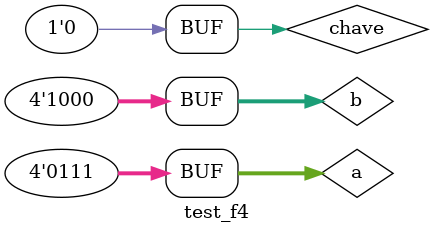
<source format=v>

module f4(output[3:0]s,input [3:0]a,input [3:0]b, input chave);

	wire[3:0]s0;
	wire[3:0]s1;
	wire chavenot;
	
	// mudar posicao da chave
	not(chavenot,chave);
	
	and AND1 (s0[0],a[0],b[0]);
	and AND2 (s0[1],a[1],b[1]);
	and AND3 (s0[2],a[2],b[2]);
	and AND4 (s0[3],a[3],b[3]);
	
	or OR1 (s1[0],a[0],b[0]);
	or OR2 (s1[1],a[1],b[1]);
	or OR3 (s1[2],a[2],b[2]);
	or OR4 (s1[3],a[3],b[3]);
	
	assign s = chave? s0:s1;
	
endmodule

module test_f4;
	
	reg[3:0]a;
	reg[3:0]b;
	wire[3:0]c;
	reg chave;
	
	f4 teste (c,a,b,chave);
	
// ---------------- principal

	initial begin : main
		$display("Exemplo0031 - Ana Carolina - 449517");
		$display("ULA teste");
		
		chave = 1;
		a = 4'b0000; b = 4'b1111;
		$display("\nchave = 1 (operacao and) chave = 0 (operacao or)");
		
 #1 $monitor("%3b %3b = %3b chave = %3b",a,b,c,chave);
 #1 chave = 0;
 #1 chave = 1; a = 4'b0001; b = 4'b1110;
 #1 chave = 0;
 #1 chave = 1; a = 4'b0010; b = 4'b1101;
 #1 chave = 0;
 #1 chave = 1; a = 4'b0011; b = 4'b1100;
 #1 chave = 0;
 #1 chave = 1; a = 4'b0100; b = 4'b1011;
 #1 chave = 0;
 #1 chave = 1; a = 4'b0101; b = 4'b1010;
 #1 chave = 0;
 #1 chave = 1; a = 4'b0110; b = 4'b1001;
 #1 chave = 0; 
 #1 chave = 1; a = 4'b0111; b = 4'b1000;
 #1 chave = 0;

  end

endmodule
</source>
